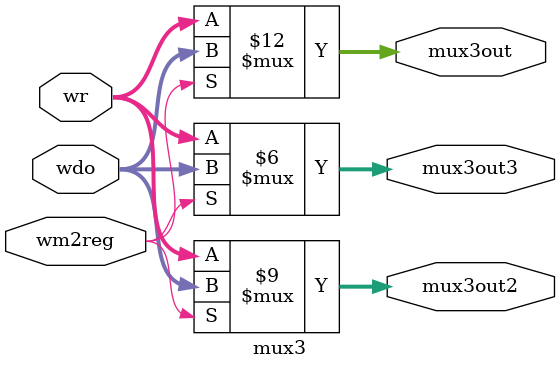
<source format=v>
`timescale 1ns / 1ps


module system(
input clk,
output out
//output [31:0] pcin,pcout,adderin,adderout
    );
assign out = 0;
wire [31:0] addertopc, pctoadder, a, memtoif_id, if_idtocontrol, if_idtomux, if_idtoreg,
if_idtoextender, wregtoid, m2regtoid, wmemtoid, aluctoid, aluimmtoid, regrttomux, muxtoid, qatoid, qbtoid, 
extendertoid, aluimmtomux2, qbtomux2, extendtomux2, aluctoalu, qatomux4, mux2tomux5, ewregtoexe, em2regtoexe,
ewmemtoexe, alutoexe, qbtoexe, emux1resulttoexe, mrtodata, qbtodata, mrtowb, mmux1resulttowb,
mm2regtowb, mwregtowb, datatowb, mux3toreg, wbtoreg1, wbtomux3_1, wbtomux3_2, wbtomux3_3, wbtoreg2
,if_idtoid, exetoforward1, exetoforward2, exetomem, memtoforward1, memtoforward2, wbtoforward1, wbtoforward2,
memtowb, memtomux4, memtomux5, mux3tomux4, mux3tomux5, mux4toalu, mux5toalu, forwardtomux4, forwardtomux5;
PC pc_instance(
.clk(clk),
.pcin(addertopc),
.pcout(pctoadder),
.pctomem(a)
);

adder adder_instance(
.adderin(pctoadder),
.adderout(addertopc)
);

instmem instmem_instance(
.pc(a),
.do(memtoif_id)
);

IF_ID if_idinstance(
.clk(clk),
.if_idin(memtoif_id),
.if_idoutcontrol(if_idtocontrol),
.if_idoutmux(if_idtomux),
.if_idoutreg(if_idtoreg),
.if_idoutextender(if_idtoextender),
.if_idout(if_idtoid)
);

control_unit controlu_instance(
.controlin(if_idtocontrol),
.wreg(wregtoid),
.m2reg(m2regtoid),
.wmem(wmemtoid),
.aluc(aluctoid),
.aluimm(aluimmtoid),
.regrt(regrttomux)
);

mux1 mux_instance1(
.regrt(regrttomux),
.muxin(if_idtomux),
.muxout(muxtoid)

);

regfile regfile_intstance(
.regfilein(if_idtoreg),
.d(mux3toreg),
.wn(wbtoreg2),
.we(wbtoreg1),
.qa(qatoid),
.qb(qbtoid)
);

signextender extender_instance(
.signextenderin(if_idtoextender),
.signextenderout(extendertoid)
);

ID_EXE id_exe_instance(
.clk(clk),
.wregin(wregtoid),
.m2regin(m2regtoid),
.wmemin(wmemtoid),
.alucin(aluctoid),
.aluimmin(aluimmtoid),
.muxresultin(muxtoid),
.qain(qatoid),
.qbin(qbtoid),
.immextendin(extendertoid),
.wregout(ewregtoexe),
.m2regout(em2regtoexe),
.wmemout(ewmemtoexe),
.aluimmout(aluimmtomux2),
.qbout(qbtomux2),
.qaout(qatomux4),
.immextendout(extendtomux2),
.qbout2(qbtoexe),
.muxresultout(emux1resulttoexe),
.instruction(if_idtoid),
.rsout(exetoforward1),
.rtout(exetoforward2),
.rdout(exetomem),
.alucout(aluctoalu)
);

mux2 mux2_instance(
.aluimm_mux(aluimmtomux2),
.qbmux(qbtomux2),
.extendermux(extendtomux2),
.muxout(mux2tomux5)
);

alu alu_instance(
.aluc(aluctoalu),
.a(mux4toalu),
.b(mux5toalu),
.aluout(alutoexe)
);


EXE_MEM exe_mem_instance(
.ewreg(ewregtoexe),
.em2reg(em2regtoexe),
.ewmem(ewmemtoexe),
.clk(clk),
.emux1result(emux1resulttoexe),
.r(alutoexe),
.eqb(qbtoexe),
.mr(mrtodata),
.mqb(qbtodata),
.mwreg(mwregtowb),
.mm2reg(mm2regtowb),
.mmux1result(mmux1resulttowb),
.mr2(mrtowb),
.rd(exetomem),
.mrd(memtowb),
.mmux1result2(memtoforward1),
.mwreg2(memtoforward2),
.mr3(memtomux4),
.mr4(memtomux5)
);


datamemory datamemory_instance(
.a(mrtodata),
.writedata(qbtodata),
.do(datatowb)
);


MEM_WB mem_wb_instance(
.clk(clk),
.mwreg(mwregtowb),
.mm2reg(mm2regtowb),
.mmux1result(mmux1resulttowb),
.mr(mrtowb),
.do(datatowb),
.wwreg(wbtoreg1),
.wm2reg(wbtomux3_3),
.wmux1result(wbtoreg2),
.wr(wbtomux3_1),
.wdo(wbtomux3_2),
.mrd(memtowb),
.wmux1result2(wbtoforward1),
.wwreg2(wbtoforward2)
);


mux3 mux3_instance(
.wr(wbtomux3_1),
.wdo(wbtomux3_2),
.wm2reg(wbtomux3_3),
.mux3out(mux3toreg),
.mux3out2(mux3tomux4),
.mux3out3(mux3tomux5)
);


forwarding_unit funit_instance(
.rs(exetoforward1),
.rt(exetoforward2),
.ex_rd(memtoforward1),
.wb_rd(wbtoforward1),
.mwreg(memtoforward2),
.wwreg(wbtoforward2),
.forwarda(forwardtomux4),
.forwardb(forwardtomux5)
);


mux4 mux4_instance(
.eqa(qatomux4),
.mr(memtomux4),
.mux3out(mux3tomux4),
.mux4out(mux4toalu),
.forwardA(forwardtomux4)
);


mux5 mux5_instance(
.mux2out(mux2tomux5),
.mr(memtomux5),
.mux3out(mux3tomux5),
.mux5out(mux5toalu),
.forwardB(forwardtomux5)
);
endmodule



module PC(
    input clk,
    input [31:0] pcin,
    output reg [31:0] pcout, pctomem
);
always @ (posedge clk)
begin
    pcout <= pcin;
    pctomem <=pcin;
end
endmodule



module adder(
    input [31:0] adderin,
    output reg [31:0] adderout
);
always @ (adderin)
begin
    adderout = adderin + 4;
end
endmodule


module instmem(
    input [31:0] pc,
    output reg [31:0] do
);
reg [31:0] im [1023:0];
initial begin
im[100] = 32'h00221820;
im[104] = 32'h01232022;
im[108] = 32'h00692825;
im[112] = 32'h00693026;
im[116] = 32'h00693824;
end
always @(pc)
begin
    do = im[pc];
end
endmodule



module IF_ID(
    input clk,
    input [31:0] if_idin,
    output reg [31:0] if_idoutcontrol,if_idoutmux, if_idoutreg, if_idoutextender,if_idout
);
always @ (posedge clk)
begin
    if_idoutcontrol <= if_idin;
    if_idoutmux <= if_idin;
    if_idoutreg <= if_idin;
    if_idoutextender <= if_idin;
    if_idout <= if_idin;
end
endmodule


module control_unit(
    input [31:0] controlin,
    output reg wreg, m2reg, wmem, aluimm, regrt,
    output reg [3:0] aluc
);
reg [5:0] op,func;
always @ (controlin)
begin
    op = controlin [31:26];
    func = controlin [5:0];
    if (op == 0)
    begin
        if (func == 32)
        begin
            wreg <= 1'b1;
            m2reg <= 1'b0;
            wmem <= 0;
            aluc <= 2;
            aluimm <= 1'b0;
            regrt <= 1'b0;
        end
        if (func == 34)
        begin
            wreg <= 1'b1;
            m2reg <= 1'b0;
            wmem <= 0;
            aluc <= 6;
            aluimm <= 1'b0;
            regrt <= 1'b0;
        end
        if (func == 36)
        begin
            wreg <= 1'b1;
            m2reg <= 1'b0;
            wmem <= 0;
            aluc <= 0;
            aluimm <= 1'b0;
            regrt <= 1'b0;
        end
        if (func == 37)
        begin
            wreg <= 1'b1;
            m2reg <= 1'b0;
            wmem <= 0;
            aluc <= 1;
            aluimm <= 1'b0;
            regrt <= 1'b0;
        end
        if (func == 38)
        begin
            wreg <= 1'b1;
            m2reg <= 1'b0;
            wmem <= 0;
            aluc <= 7;
            aluimm <= 1'b0;
            regrt <= 1'b0;
        end                  
    end
    else
    begin
        wreg <= 1'b1;
        m2reg <= 1'b1;
        wmem <= 0;
        aluc <= 2;
        aluimm <= 1'b1;
        regrt <= 1'b1;
    end
end

endmodule


module mux1(
    input regrt,
    input [31:0] muxin,
    output reg [4:0] muxout
);
reg [4:0] rd, rt;
always @ (muxin)
begin
    rd = muxin [15:11];
    rt = muxin [20:16];
    if ( regrt == 0 )
    begin
    muxout = rd;
    end
    else
    begin
    muxout = rt;
    end
end
endmodule



module regfile(
    input [31:0] regfilein,d,
    input [4:0] wn,
    input we,
    output reg [31:0] qa, qb
);
reg [4:0] rs, rt;
reg [31:0] regs [31:0];
integer i;
initial begin
    for (i=0; i<32; i=i+1)
    begin
        regs[i] = 0;
    end
    regs [0] = 32'ha00000aa;
    regs [1] = 32'h10000011;
    regs [2] = 32'h20000022;
    regs [3] = 32'h30000033;
    regs [4] = 32'h40000044;
    regs [5] = 32'h50000055;
    regs [6] = 32'h60000066;
    regs [7] = 32'h70000077;
    regs [8] = 32'h80000088;
    regs [9] = 32'h90000099;
end
always @(regfilein or wn or d)
begin
    rs = regfilein[25:21];
    rt = regfilein[20:16];
    if (we == 1)
    begin
        regs[wn] = d;
    end
    qa = regs[rs];
    qb = regs[rt];
end
endmodule


module signextender(
    input [31:0] signextenderin,
    output reg [31:0] signextenderout
);
reg [15:0] imm;
always @ (signextenderin)
begin
    imm = signextenderin [15:0];
    signextenderout = {{16{imm[15]}},imm};
end
endmodule


module ID_EXE(
    input wregin, m2regin, wmemin, aluimmin,clk,
    input [3:0] alucin,
    input [4:0] muxresultin,
    input [31:0] qain, qbin, immextendin,instruction,
    output reg wregout, m2regout, wmemout, aluimmout,
    output reg [3:0] alucout,
    output reg [4:0] muxresultout,rsout,rtout,rdout,
    output reg [31:0] qaout, qbout, qbout2, immextendout
);
reg [4:0] rs, rt,rd;
always @ (posedge clk)
begin
    rs = instruction [25:21];
    rt = instruction [20:16];
    rd = instruction [15:11];
    wregout <= wregin;
    m2regout <= m2regin;
    wmemout <= wmemin;
    alucout <= alucin;
    aluimmout <= aluimmin;
    muxresultout <= muxresultin;
    qaout <= qain;
    qbout <= qbin;
    qbout2 <= qbin;
    immextendout <= immextendin;
    rsout <= rs;
    rtout <= rt;
    rdout <= rd;
end
endmodule 


module forwarding_unit(
    input [4:0] rs, rt, ex_rd, wb_rd,
    input mwreg, wwreg,
    output reg [1:0] forwarda, forwardb
);
    integer x;
    integer y;
    always @ (rs or rt or ex_rd or wb_rd)
    begin
        x = 0;
        y = 0;
        if(mwreg != 0 && ex_rd !=0)
        begin
            if (rs == ex_rd)
            begin
                forwarda <= 2;
                x <= 2;            
            end
            if (rt == ex_rd)
            begin
                forwardb <= 2;
                y <= 2;
            end
        end
        
        if(wwreg != 0 && wb_rd !=0)
        begin
            if (rs == wb_rd)
            begin
                forwarda <= 1;
                x <= 1;            
            end
            if (rt == wb_rd)
            begin
                forwardb = 1;
                y <= 1;
            end
        end
        if (x == 0)
        begin
            forwarda = 0;
        end
        if (y == 0)
        begin
            forwardb = 0;
        end       
    end
endmodule



module mux4(
    input [31:0] eqa, mr,mux3out,
    input [1:0] forwardA,
    output reg [31:0] mux4out
);
    always @(eqa or mr or mux3out or forwardA)
    begin
        if(forwardA == 0)
        begin
            mux4out = eqa;
        end
        if(forwardA == 1)
        begin
            mux4out = mr;
        end
        if(forwardA == 2)
        begin
            mux4out = mux3out;
        end
    end
endmodule



module mux5(
    input [31:0] mux2out,mr,mux3out,
    input [1:0] forwardB,
    output reg [31:0] mux5out
);
    always @(mux2out or mr or mux3out or forwardB)
    begin
        if(forwardB == 0)
        begin
            mux5out = mux2out;
        end
        if(forwardB == 1)
        begin
            mux5out = mr;
        end
        if(forwardB == 2)
        begin
            mux5out = mux3out;
        end
    end
endmodule


module mux2 (
    input aluimm_mux,
    input [31:0] qbmux, extendermux,
    output reg [31:0] muxout
);
always @(qbmux or extendermux)
begin
    if (aluimm_mux == 0)
    begin
        muxout = qbmux;
    end
    else
    begin
        muxout = extendermux;
    end
end
endmodule


module alu(
    input[3:0] aluc,
    input [31:0] a, b,
    output reg [31:0] aluout
);
always @(a or b or aluc)
begin
    if (aluc == 2)
    begin
    aluout = a + b;
    end
    if (aluc == 6)
    begin
    aluout = a - b;
    end
    if (aluc == 0)
    begin
    aluout = a & b;
    end
    if (aluc == 1)
    begin
    aluout = a | b;
    end
    if (aluc == 7)
    begin
    aluout = a ^ b;
    end
end
endmodule


module EXE_MEM(
    input ewreg, em2reg, ewmem, clk,
    input [4:0] emux1result,rd,
    input [31:0] r,eqb,
    output reg mwreg, mwreg2, mm2reg, mwmem,
    output reg [4:0] mmux1result,mmux1result2,mrd,mrd2,
    output reg [31:0] mr, mqb, mr2, mr3, mr4
);
always @ (posedge clk)
begin
    mwreg <= ewreg;
    mwreg2 <= ewreg;
    mm2reg <= em2reg;
    mwmem <= ewmem;
    mmux1result <= emux1result;
    mmux1result2 <= emux1result;
    mr <= r;
    mr2 <= r;
    mqb <= eqb;
    mrd <= rd;
    mrd2 <= rd;
    mr3 <= r;
    mr4 <= r;  
end
endmodule



module datamemory (
    input [31:0] a, writedata,
    output reg [31:0] do    
);
reg [31:0] data [31:0];
integer i;
initial begin
    for (i=0; i<32; i=i+1)
    begin
        data[i] = 0;
    end
    data [0] = 32'ha00000aa;
    data [4] = 32'h10000011;
    data [8] = 32'h20000022;
    data [12] = 32'h30000033;
    data [16] = 32'h40000044;
    data [20] = 32'h50000055;
    data [24] = 32'h60000066;
    data [38] = 32'h70000077;
    data [32] = 32'h80000088;
    data [36] = 32'h90000099;
end
always @(a)
begin
    do = data[a];
end
endmodule


module MEM_WB(
    input clk, mwreg, mm2reg,
    input [4:0] mmux1result,mrd,
    input [31:0] mr, do,
    output reg wwreg, wwreg2, wm2reg,
    output reg [4:0] wmux1result,wrd,wmux1result2,
    output reg [31:0] wr, wdo
);
always @ (posedge clk)
begin
    wwreg <= mwreg;
    wwreg2 <= mwreg;
    wm2reg <= mm2reg;
    wmux1result <= mmux1result;
    wmux1result2 <= mmux1result;
    wr <= mr;
    wdo <= do;
    wrd <= mrd;
end
endmodule


module mux3(
    input [31:0] wr, wdo,
    input wm2reg,
    output reg [31:0] mux3out, mux3out2, mux3out3     
);
always @(wr or wdo)
begin
    if (wm2reg == 0)
    begin
        mux3out <= wr;
        mux3out2 <= wr;
        mux3out3 <= wr;
    end
    else
    begin
        mux3out <= wdo;
        mux3out2 <= wdo;
        mux3out3 <= wdo;
    end
end
endmodule
</source>
